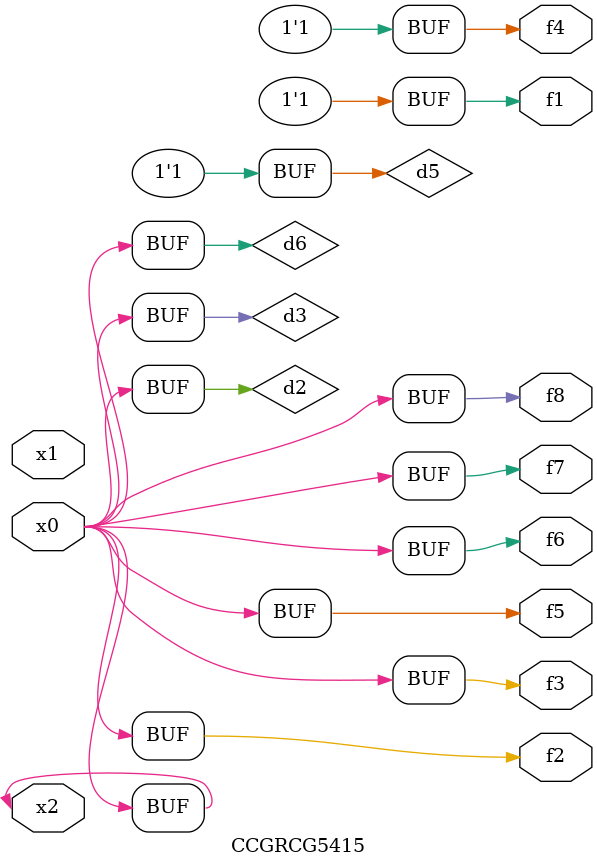
<source format=v>
module CCGRCG5415(
	input x0, x1, x2,
	output f1, f2, f3, f4, f5, f6, f7, f8
);

	wire d1, d2, d3, d4, d5, d6;

	xnor (d1, x2);
	buf (d2, x0, x2);
	and (d3, x0);
	xnor (d4, x1, x2);
	nand (d5, d1, d3);
	buf (d6, d2, d3);
	assign f1 = d5;
	assign f2 = d6;
	assign f3 = d6;
	assign f4 = d5;
	assign f5 = d6;
	assign f6 = d6;
	assign f7 = d6;
	assign f8 = d6;
endmodule

</source>
